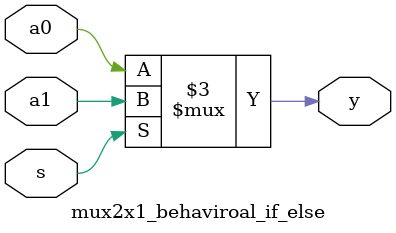
<source format=v>
module mux2x1_behaviroal_if_else (a0, a1, s, y);
    input s, a0, a1;
    output y;
    reg y ;
    always @ (*) begin
        if (s)begin
            y = a1;
        end else begin
            y = a0;
        end
    end
endmodule
</source>
